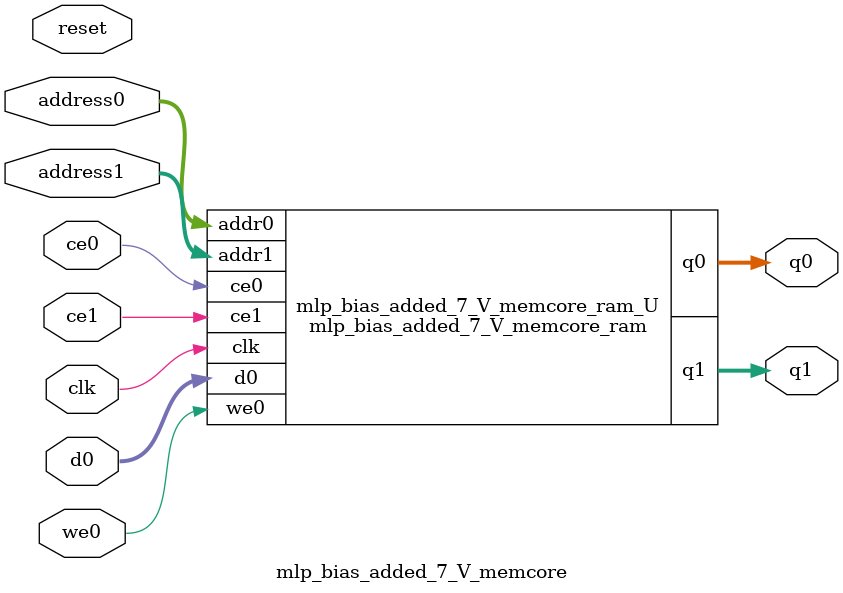
<source format=v>

`timescale 1 ns / 1 ps
module mlp_bias_added_7_V_memcore_ram (addr0, ce0, d0, we0, q0, addr1, ce1, q1,  clk);

parameter DWIDTH = 18;
parameter AWIDTH = 6;
parameter MEM_SIZE = 44;

input[AWIDTH-1:0] addr0;
input ce0;
input[DWIDTH-1:0] d0;
input we0;
output reg[DWIDTH-1:0] q0;
input[AWIDTH-1:0] addr1;
input ce1;
output reg[DWIDTH-1:0] q1;
input clk;

(* ram_style = "distributed" *)reg [DWIDTH-1:0] ram[0:MEM_SIZE-1];




always @(posedge clk)  
begin 
    if (ce0) 
    begin
        if (we0) 
        begin 
            ram[addr0] <= d0; 
            q0 <= d0;
        end 
        else 
            q0 <= ram[addr0];
    end
end


always @(posedge clk)  
begin 
    if (ce1) 
    begin
            q1 <= ram[addr1];
    end
end


endmodule


`timescale 1 ns / 1 ps
module mlp_bias_added_7_V_memcore(
    reset,
    clk,
    address0,
    ce0,
    we0,
    d0,
    q0,
    address1,
    ce1,
    q1);

parameter DataWidth = 32'd18;
parameter AddressRange = 32'd44;
parameter AddressWidth = 32'd6;
input reset;
input clk;
input[AddressWidth - 1:0] address0;
input ce0;
input we0;
input[DataWidth - 1:0] d0;
output[DataWidth - 1:0] q0;
input[AddressWidth - 1:0] address1;
input ce1;
output[DataWidth - 1:0] q1;



mlp_bias_added_7_V_memcore_ram mlp_bias_added_7_V_memcore_ram_U(
    .clk( clk ),
    .addr0( address0 ),
    .ce0( ce0 ),
    .we0( we0 ),
    .d0( d0 ),
    .q0( q0 ),
    .addr1( address1 ),
    .ce1( ce1 ),
    .q1( q1 ));

endmodule


</source>
